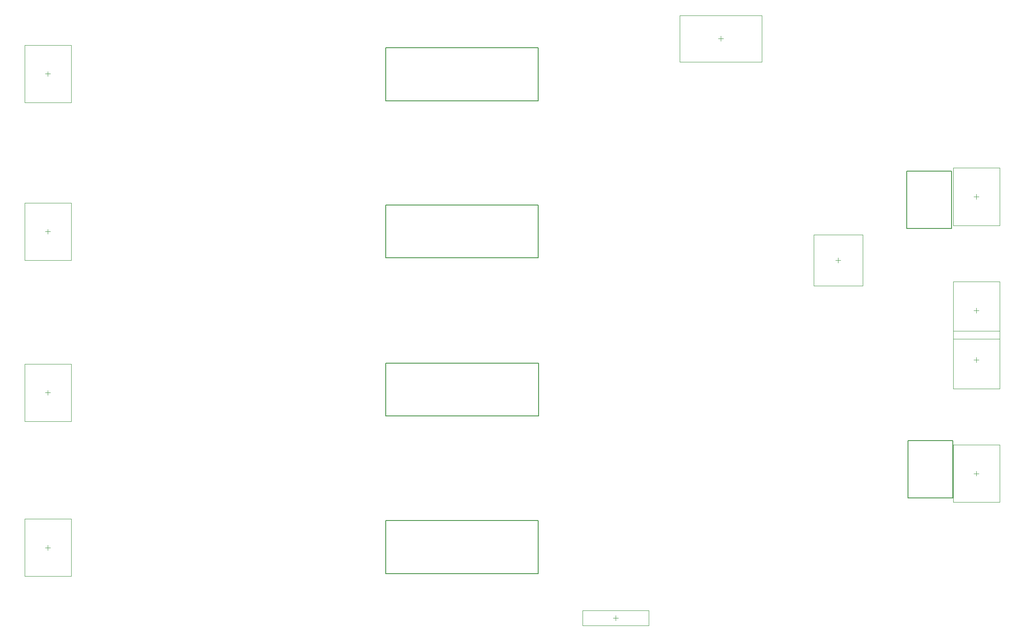
<source format=gbr>
%TF.GenerationSoftware,Altium Limited,Altium Designer,21.6.4 (81)*%
G04 Layer_Color=16711935*
%FSLAX43Y43*%
%MOMM*%
%TF.SameCoordinates,5D8205C6-A8A5-4108-8313-488A8EE5113E*%
%TF.FilePolarity,Positive*%
%TF.FileFunction,Other,Top_Courtyard*%
%TF.Part,Single*%
G01*
G75*
%TA.AperFunction,NonConductor*%
%ADD82C,0.200*%
%ADD118C,0.050*%
D82*
X134352Y151672D02*
Y162372D01*
X103492D02*
X134352D01*
X103492Y151672D02*
Y162372D01*
Y151672D02*
X134352D01*
X218114Y71283D02*
Y82883D01*
X209114Y71283D02*
X218114D01*
X209114D02*
Y82883D01*
X218114D01*
X208860Y125772D02*
Y137372D01*
X217860D01*
Y125772D02*
Y137372D01*
X208860Y125772D02*
X217860D01*
X134352Y119872D02*
Y130572D01*
X103492D02*
X134352D01*
X103492Y119872D02*
Y130572D01*
Y119872D02*
X134352D01*
X103519Y87868D02*
X134379D01*
X103519D02*
Y98568D01*
X134379D01*
Y87868D02*
Y98568D01*
X134352Y55991D02*
Y66691D01*
X103492D02*
X134352D01*
X103492Y55991D02*
Y66691D01*
Y55991D02*
X134352D01*
D118*
X194445Y119380D02*
X195445D01*
X194945Y118880D02*
Y119880D01*
X189995Y114180D02*
Y124580D01*
X199895D01*
Y114180D02*
Y124580D01*
X189995Y114180D02*
X199895D01*
X149487Y46990D02*
X150487D01*
X149987Y46490D02*
Y47490D01*
X143287Y48535D02*
X156687D01*
Y45445D02*
Y48535D01*
X143287Y45445D02*
X156687D01*
X143287D02*
Y48535D01*
X222393Y109231D02*
X223393D01*
X222893Y108731D02*
Y109731D01*
X218193Y103431D02*
X227593D01*
Y115031D01*
X218193D02*
X227593D01*
X218193Y103431D02*
Y115031D01*
X222393Y99227D02*
X223393D01*
X222893Y98727D02*
Y99727D01*
X218193Y93427D02*
X227593D01*
Y105027D01*
X218193D02*
X227593D01*
X218193Y93427D02*
Y105027D01*
Y70440D02*
Y82040D01*
X227593D01*
Y70440D02*
Y82040D01*
X218193Y70440D02*
X227593D01*
X222893Y75740D02*
Y76740D01*
X222393Y76240D02*
X223393D01*
X218193Y126447D02*
Y138047D01*
X227593D01*
Y126447D02*
Y138047D01*
X218193Y126447D02*
X227593D01*
X222893Y131747D02*
Y132747D01*
X222393Y132247D02*
X223393D01*
X179543Y159519D02*
Y168919D01*
X162943D02*
X179543D01*
X162943Y159519D02*
Y168919D01*
Y159519D02*
X179543D01*
X170743Y164219D02*
X171743D01*
X171243Y163719D02*
Y164719D01*
X39879Y151299D02*
Y162899D01*
X30479Y151299D02*
X39879D01*
X30479D02*
Y162899D01*
X39879D01*
X35179Y156599D02*
Y157599D01*
X34679Y157099D02*
X35679D01*
X39871Y119382D02*
Y130982D01*
X30471Y119382D02*
X39871D01*
X30471D02*
Y130982D01*
X39871D01*
X35171Y124682D02*
Y125682D01*
X34671Y125182D02*
X35671D01*
X39879Y86783D02*
Y98383D01*
X30479Y86783D02*
X39879D01*
X30479D02*
Y98383D01*
X39879D01*
X35179Y92083D02*
Y93083D01*
X34679Y92583D02*
X35679D01*
X39879Y55414D02*
Y67014D01*
X30479Y55414D02*
X39879D01*
X30479D02*
Y67014D01*
X39879D01*
X35179Y60714D02*
Y61714D01*
X34679Y61214D02*
X35679D01*
%TF.MD5,c7c94290c674e1e3a014ccb228238f7c*%
M02*

</source>
